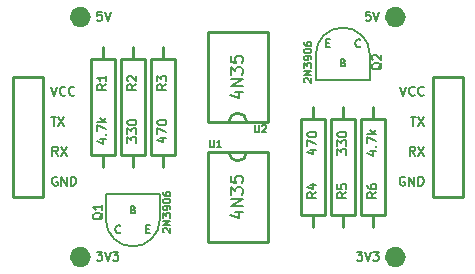
<source format=gto>
G04 (created by PCBNEW (2013-07-07 BZR 4022)-stable) date 5/4/2015 11:43:21 PM*
%MOIN*%
G04 Gerber Fmt 3.4, Leading zero omitted, Abs format*
%FSLAX34Y34*%
G01*
G70*
G90*
G04 APERTURE LIST*
%ADD10C,0.00590551*%
%ADD11C,0.05*%
%ADD12C,0.006*%
%ADD13C,0.01*%
%ADD14C,0.005*%
%ADD15C,0.008*%
G04 APERTURE END LIST*
G54D10*
G54D11*
X91850Y-29000D02*
G75*
G03X91850Y-29000I-100J0D01*
G74*
G01*
X91850Y-21000D02*
G75*
G03X91850Y-21000I-100J0D01*
G74*
G01*
X81350Y-29000D02*
G75*
G03X81350Y-29000I-100J0D01*
G74*
G01*
X81350Y-21000D02*
G75*
G03X81350Y-21000I-100J0D01*
G74*
G01*
G54D12*
X90464Y-28821D02*
X90650Y-28821D01*
X90550Y-28935D01*
X90592Y-28935D01*
X90621Y-28950D01*
X90635Y-28964D01*
X90650Y-28992D01*
X90650Y-29064D01*
X90635Y-29092D01*
X90621Y-29107D01*
X90592Y-29121D01*
X90507Y-29121D01*
X90478Y-29107D01*
X90464Y-29092D01*
X90735Y-28821D02*
X90835Y-29121D01*
X90935Y-28821D01*
X91007Y-28821D02*
X91192Y-28821D01*
X91092Y-28935D01*
X91135Y-28935D01*
X91164Y-28950D01*
X91178Y-28964D01*
X91192Y-28992D01*
X91192Y-29064D01*
X91178Y-29092D01*
X91164Y-29107D01*
X91135Y-29121D01*
X91050Y-29121D01*
X91021Y-29107D01*
X91007Y-29092D01*
X90921Y-20821D02*
X90778Y-20821D01*
X90764Y-20964D01*
X90778Y-20950D01*
X90807Y-20935D01*
X90878Y-20935D01*
X90907Y-20950D01*
X90921Y-20964D01*
X90935Y-20992D01*
X90935Y-21064D01*
X90921Y-21092D01*
X90907Y-21107D01*
X90878Y-21121D01*
X90807Y-21121D01*
X90778Y-21107D01*
X90764Y-21092D01*
X91021Y-20821D02*
X91121Y-21121D01*
X91221Y-20821D01*
X81792Y-28821D02*
X81978Y-28821D01*
X81878Y-28935D01*
X81921Y-28935D01*
X81950Y-28950D01*
X81964Y-28964D01*
X81978Y-28992D01*
X81978Y-29064D01*
X81964Y-29092D01*
X81950Y-29107D01*
X81921Y-29121D01*
X81835Y-29121D01*
X81807Y-29107D01*
X81792Y-29092D01*
X82064Y-28821D02*
X82164Y-29121D01*
X82264Y-28821D01*
X82335Y-28821D02*
X82521Y-28821D01*
X82421Y-28935D01*
X82464Y-28935D01*
X82492Y-28950D01*
X82507Y-28964D01*
X82521Y-28992D01*
X82521Y-29064D01*
X82507Y-29092D01*
X82492Y-29107D01*
X82464Y-29121D01*
X82378Y-29121D01*
X82350Y-29107D01*
X82335Y-29092D01*
X81964Y-20821D02*
X81821Y-20821D01*
X81807Y-20964D01*
X81821Y-20950D01*
X81850Y-20935D01*
X81921Y-20935D01*
X81950Y-20950D01*
X81964Y-20964D01*
X81978Y-20992D01*
X81978Y-21064D01*
X81964Y-21092D01*
X81950Y-21107D01*
X81921Y-21121D01*
X81850Y-21121D01*
X81821Y-21107D01*
X81807Y-21092D01*
X82064Y-20821D02*
X82164Y-21121D01*
X82264Y-20821D01*
X80478Y-26335D02*
X80450Y-26321D01*
X80407Y-26321D01*
X80364Y-26335D01*
X80335Y-26364D01*
X80321Y-26392D01*
X80307Y-26450D01*
X80307Y-26492D01*
X80321Y-26550D01*
X80335Y-26578D01*
X80364Y-26607D01*
X80407Y-26621D01*
X80435Y-26621D01*
X80478Y-26607D01*
X80492Y-26592D01*
X80492Y-26492D01*
X80435Y-26492D01*
X80621Y-26621D02*
X80621Y-26321D01*
X80792Y-26621D01*
X80792Y-26321D01*
X80935Y-26621D02*
X80935Y-26321D01*
X81007Y-26321D01*
X81050Y-26335D01*
X81078Y-26364D01*
X81092Y-26392D01*
X81107Y-26450D01*
X81107Y-26492D01*
X81092Y-26550D01*
X81078Y-26578D01*
X81050Y-26607D01*
X81007Y-26621D01*
X80935Y-26621D01*
X80492Y-25621D02*
X80392Y-25478D01*
X80321Y-25621D02*
X80321Y-25321D01*
X80435Y-25321D01*
X80464Y-25335D01*
X80478Y-25350D01*
X80492Y-25378D01*
X80492Y-25421D01*
X80478Y-25450D01*
X80464Y-25464D01*
X80435Y-25478D01*
X80321Y-25478D01*
X80592Y-25321D02*
X80792Y-25621D01*
X80792Y-25321D02*
X80592Y-25621D01*
X80278Y-24321D02*
X80450Y-24321D01*
X80364Y-24621D02*
X80364Y-24321D01*
X80521Y-24321D02*
X80721Y-24621D01*
X80721Y-24321D02*
X80521Y-24621D01*
X80278Y-23321D02*
X80378Y-23621D01*
X80478Y-23321D01*
X80750Y-23592D02*
X80735Y-23607D01*
X80692Y-23621D01*
X80664Y-23621D01*
X80621Y-23607D01*
X80592Y-23578D01*
X80578Y-23550D01*
X80564Y-23492D01*
X80564Y-23450D01*
X80578Y-23392D01*
X80592Y-23364D01*
X80621Y-23335D01*
X80664Y-23321D01*
X80692Y-23321D01*
X80735Y-23335D01*
X80750Y-23350D01*
X81050Y-23592D02*
X81035Y-23607D01*
X80992Y-23621D01*
X80964Y-23621D01*
X80921Y-23607D01*
X80892Y-23578D01*
X80878Y-23550D01*
X80864Y-23492D01*
X80864Y-23450D01*
X80878Y-23392D01*
X80892Y-23364D01*
X80921Y-23335D01*
X80964Y-23321D01*
X80992Y-23321D01*
X81035Y-23335D01*
X81050Y-23350D01*
X92064Y-26335D02*
X92035Y-26321D01*
X91992Y-26321D01*
X91950Y-26335D01*
X91921Y-26364D01*
X91907Y-26392D01*
X91892Y-26450D01*
X91892Y-26492D01*
X91907Y-26550D01*
X91921Y-26578D01*
X91950Y-26607D01*
X91992Y-26621D01*
X92021Y-26621D01*
X92064Y-26607D01*
X92078Y-26592D01*
X92078Y-26492D01*
X92021Y-26492D01*
X92207Y-26621D02*
X92207Y-26321D01*
X92378Y-26621D01*
X92378Y-26321D01*
X92521Y-26621D02*
X92521Y-26321D01*
X92592Y-26321D01*
X92635Y-26335D01*
X92664Y-26364D01*
X92678Y-26392D01*
X92692Y-26450D01*
X92692Y-26492D01*
X92678Y-26550D01*
X92664Y-26578D01*
X92635Y-26607D01*
X92592Y-26621D01*
X92521Y-26621D01*
X92407Y-25621D02*
X92307Y-25478D01*
X92235Y-25621D02*
X92235Y-25321D01*
X92350Y-25321D01*
X92378Y-25335D01*
X92392Y-25350D01*
X92407Y-25378D01*
X92407Y-25421D01*
X92392Y-25450D01*
X92378Y-25464D01*
X92350Y-25478D01*
X92235Y-25478D01*
X92507Y-25321D02*
X92707Y-25621D01*
X92707Y-25321D02*
X92507Y-25621D01*
X92264Y-24321D02*
X92435Y-24321D01*
X92350Y-24621D02*
X92350Y-24321D01*
X92507Y-24321D02*
X92707Y-24621D01*
X92707Y-24321D02*
X92507Y-24621D01*
X91921Y-23321D02*
X92021Y-23621D01*
X92121Y-23321D01*
X92392Y-23592D02*
X92378Y-23607D01*
X92335Y-23621D01*
X92307Y-23621D01*
X92264Y-23607D01*
X92235Y-23578D01*
X92221Y-23550D01*
X92207Y-23492D01*
X92207Y-23450D01*
X92221Y-23392D01*
X92235Y-23364D01*
X92264Y-23335D01*
X92307Y-23321D01*
X92335Y-23321D01*
X92378Y-23335D01*
X92392Y-23350D01*
X92692Y-23592D02*
X92678Y-23607D01*
X92635Y-23621D01*
X92607Y-23621D01*
X92564Y-23607D01*
X92535Y-23578D01*
X92521Y-23550D01*
X92507Y-23492D01*
X92507Y-23450D01*
X92521Y-23392D01*
X92535Y-23364D01*
X92564Y-23335D01*
X92607Y-23321D01*
X92635Y-23321D01*
X92678Y-23335D01*
X92692Y-23350D01*
G54D10*
X83900Y-27750D02*
X83900Y-26900D01*
X83900Y-26900D02*
X82100Y-26900D01*
X82100Y-26900D02*
X82100Y-27750D01*
X82100Y-27750D02*
G75*
G03X83000Y-28650I900J0D01*
G74*
G01*
X83000Y-28650D02*
G75*
G03X83900Y-27750I0J900D01*
G74*
G01*
X89100Y-22250D02*
X89100Y-23100D01*
X89100Y-23100D02*
X90900Y-23100D01*
X90900Y-23100D02*
X90900Y-22250D01*
X90900Y-22250D02*
G75*
G03X90000Y-21350I-900J0D01*
G74*
G01*
X90000Y-21350D02*
G75*
G03X89100Y-22250I0J-900D01*
G74*
G01*
G54D13*
X82000Y-22000D02*
X82000Y-22400D01*
X82000Y-22400D02*
X82400Y-22400D01*
X82400Y-22400D02*
X82400Y-25600D01*
X82400Y-25600D02*
X81600Y-25600D01*
X81600Y-25600D02*
X81600Y-22400D01*
X81600Y-22400D02*
X82000Y-22400D01*
X82000Y-26000D02*
X82000Y-25600D01*
X89000Y-28000D02*
X89000Y-27600D01*
X89000Y-27600D02*
X88600Y-27600D01*
X88600Y-27600D02*
X88600Y-24400D01*
X88600Y-24400D02*
X89400Y-24400D01*
X89400Y-24400D02*
X89400Y-27600D01*
X89400Y-27600D02*
X89000Y-27600D01*
X89000Y-24000D02*
X89000Y-24400D01*
X83000Y-22000D02*
X83000Y-22400D01*
X83000Y-22400D02*
X83400Y-22400D01*
X83400Y-22400D02*
X83400Y-25600D01*
X83400Y-25600D02*
X82600Y-25600D01*
X82600Y-25600D02*
X82600Y-22400D01*
X82600Y-22400D02*
X83000Y-22400D01*
X83000Y-26000D02*
X83000Y-25600D01*
X91000Y-28000D02*
X91000Y-27600D01*
X91000Y-27600D02*
X90600Y-27600D01*
X90600Y-27600D02*
X90600Y-24400D01*
X90600Y-24400D02*
X91400Y-24400D01*
X91400Y-24400D02*
X91400Y-27600D01*
X91400Y-27600D02*
X91000Y-27600D01*
X91000Y-24000D02*
X91000Y-24400D01*
X84000Y-22000D02*
X84000Y-22400D01*
X84000Y-22400D02*
X84400Y-22400D01*
X84400Y-22400D02*
X84400Y-25600D01*
X84400Y-25600D02*
X83600Y-25600D01*
X83600Y-25600D02*
X83600Y-22400D01*
X83600Y-22400D02*
X84000Y-22400D01*
X84000Y-26000D02*
X84000Y-25600D01*
X90000Y-28000D02*
X90000Y-27600D01*
X90000Y-27600D02*
X89600Y-27600D01*
X89600Y-27600D02*
X89600Y-24400D01*
X89600Y-24400D02*
X90400Y-24400D01*
X90400Y-24400D02*
X90400Y-27600D01*
X90400Y-27600D02*
X90000Y-27600D01*
X90000Y-24000D02*
X90000Y-24400D01*
X79000Y-27000D02*
X79000Y-23000D01*
X80000Y-27000D02*
X80000Y-23000D01*
X80000Y-23000D02*
X79000Y-23000D01*
X79000Y-27000D02*
X80000Y-27000D01*
X93000Y-27000D02*
X93000Y-23000D01*
X94000Y-27000D02*
X94000Y-23000D01*
X94000Y-23000D02*
X93000Y-23000D01*
X93000Y-27000D02*
X94000Y-27000D01*
X86500Y-25800D02*
G75*
G03X86800Y-25500I0J300D01*
G74*
G01*
X86200Y-25500D02*
G75*
G03X86500Y-25800I300J0D01*
G74*
G01*
X87500Y-25500D02*
X87500Y-28500D01*
X87500Y-28500D02*
X85500Y-28500D01*
X85500Y-28500D02*
X85500Y-25500D01*
X85500Y-25500D02*
X87500Y-25500D01*
X86500Y-24200D02*
G75*
G03X86200Y-24500I0J-300D01*
G74*
G01*
X86800Y-24500D02*
G75*
G03X86500Y-24200I-300J0D01*
G74*
G01*
X85500Y-24500D02*
X85500Y-21500D01*
X85500Y-21500D02*
X87500Y-21500D01*
X87500Y-21500D02*
X87500Y-24500D01*
X87500Y-24500D02*
X85500Y-24500D01*
G54D12*
X82000Y-27528D02*
X81985Y-27557D01*
X81957Y-27585D01*
X81914Y-27628D01*
X81900Y-27657D01*
X81900Y-27685D01*
X81971Y-27671D02*
X81957Y-27700D01*
X81928Y-27728D01*
X81871Y-27742D01*
X81771Y-27742D01*
X81714Y-27728D01*
X81685Y-27700D01*
X81671Y-27671D01*
X81671Y-27614D01*
X81685Y-27585D01*
X81714Y-27557D01*
X81771Y-27542D01*
X81871Y-27542D01*
X81928Y-27557D01*
X81957Y-27585D01*
X81971Y-27614D01*
X81971Y-27671D01*
X81971Y-27257D02*
X81971Y-27428D01*
X81971Y-27342D02*
X81671Y-27342D01*
X81714Y-27371D01*
X81742Y-27400D01*
X81757Y-27428D01*
G54D14*
X84025Y-28178D02*
X84013Y-28166D01*
X84001Y-28142D01*
X84001Y-28083D01*
X84013Y-28059D01*
X84025Y-28047D01*
X84048Y-28035D01*
X84072Y-28035D01*
X84108Y-28047D01*
X84251Y-28190D01*
X84251Y-28035D01*
X84251Y-27928D02*
X84001Y-27928D01*
X84251Y-27785D01*
X84001Y-27785D01*
X84001Y-27690D02*
X84001Y-27535D01*
X84096Y-27619D01*
X84096Y-27583D01*
X84108Y-27559D01*
X84120Y-27547D01*
X84144Y-27535D01*
X84203Y-27535D01*
X84227Y-27547D01*
X84239Y-27559D01*
X84251Y-27583D01*
X84251Y-27654D01*
X84239Y-27678D01*
X84227Y-27690D01*
X84251Y-27416D02*
X84251Y-27369D01*
X84239Y-27345D01*
X84227Y-27333D01*
X84191Y-27309D01*
X84144Y-27297D01*
X84048Y-27297D01*
X84025Y-27309D01*
X84013Y-27321D01*
X84001Y-27345D01*
X84001Y-27392D01*
X84013Y-27416D01*
X84025Y-27428D01*
X84048Y-27440D01*
X84108Y-27440D01*
X84132Y-27428D01*
X84144Y-27416D01*
X84155Y-27392D01*
X84155Y-27345D01*
X84144Y-27321D01*
X84132Y-27309D01*
X84108Y-27297D01*
X84001Y-27142D02*
X84001Y-27119D01*
X84013Y-27095D01*
X84025Y-27083D01*
X84048Y-27071D01*
X84096Y-27059D01*
X84155Y-27059D01*
X84203Y-27071D01*
X84227Y-27083D01*
X84239Y-27095D01*
X84251Y-27119D01*
X84251Y-27142D01*
X84239Y-27166D01*
X84227Y-27178D01*
X84203Y-27190D01*
X84155Y-27202D01*
X84096Y-27202D01*
X84048Y-27190D01*
X84025Y-27178D01*
X84013Y-27166D01*
X84001Y-27142D01*
X84001Y-26845D02*
X84001Y-26892D01*
X84013Y-26916D01*
X84025Y-26928D01*
X84060Y-26952D01*
X84108Y-26964D01*
X84203Y-26964D01*
X84227Y-26952D01*
X84239Y-26940D01*
X84251Y-26916D01*
X84251Y-26869D01*
X84239Y-26845D01*
X84227Y-26833D01*
X84203Y-26821D01*
X84144Y-26821D01*
X84120Y-26833D01*
X84108Y-26845D01*
X84096Y-26869D01*
X84096Y-26916D01*
X84108Y-26940D01*
X84120Y-26952D01*
X84144Y-26964D01*
X83446Y-28070D02*
X83529Y-28070D01*
X83565Y-28201D02*
X83446Y-28201D01*
X83446Y-27951D01*
X83565Y-27951D01*
X83017Y-27420D02*
X83053Y-27432D01*
X83065Y-27444D01*
X83077Y-27467D01*
X83077Y-27503D01*
X83065Y-27527D01*
X83053Y-27539D01*
X83029Y-27551D01*
X82934Y-27551D01*
X82934Y-27301D01*
X83017Y-27301D01*
X83041Y-27313D01*
X83053Y-27325D01*
X83065Y-27348D01*
X83065Y-27372D01*
X83053Y-27396D01*
X83041Y-27408D01*
X83017Y-27420D01*
X82934Y-27420D01*
X82577Y-28177D02*
X82565Y-28189D01*
X82529Y-28201D01*
X82505Y-28201D01*
X82470Y-28189D01*
X82446Y-28165D01*
X82434Y-28141D01*
X82422Y-28094D01*
X82422Y-28058D01*
X82434Y-28010D01*
X82446Y-27986D01*
X82470Y-27963D01*
X82505Y-27951D01*
X82529Y-27951D01*
X82565Y-27963D01*
X82577Y-27975D01*
G54D12*
X91300Y-22528D02*
X91285Y-22557D01*
X91257Y-22585D01*
X91214Y-22628D01*
X91200Y-22657D01*
X91200Y-22685D01*
X91271Y-22671D02*
X91257Y-22700D01*
X91228Y-22728D01*
X91171Y-22742D01*
X91071Y-22742D01*
X91014Y-22728D01*
X90985Y-22700D01*
X90971Y-22671D01*
X90971Y-22614D01*
X90985Y-22585D01*
X91014Y-22557D01*
X91071Y-22542D01*
X91171Y-22542D01*
X91228Y-22557D01*
X91257Y-22585D01*
X91271Y-22614D01*
X91271Y-22671D01*
X91000Y-22428D02*
X90985Y-22414D01*
X90971Y-22385D01*
X90971Y-22314D01*
X90985Y-22285D01*
X91000Y-22271D01*
X91028Y-22257D01*
X91057Y-22257D01*
X91100Y-22271D01*
X91271Y-22442D01*
X91271Y-22257D01*
G54D14*
X88725Y-23178D02*
X88713Y-23166D01*
X88701Y-23142D01*
X88701Y-23083D01*
X88713Y-23059D01*
X88725Y-23047D01*
X88748Y-23035D01*
X88772Y-23035D01*
X88808Y-23047D01*
X88951Y-23190D01*
X88951Y-23035D01*
X88951Y-22928D02*
X88701Y-22928D01*
X88951Y-22785D01*
X88701Y-22785D01*
X88701Y-22690D02*
X88701Y-22535D01*
X88796Y-22619D01*
X88796Y-22583D01*
X88808Y-22559D01*
X88820Y-22547D01*
X88844Y-22535D01*
X88903Y-22535D01*
X88927Y-22547D01*
X88939Y-22559D01*
X88951Y-22583D01*
X88951Y-22654D01*
X88939Y-22678D01*
X88927Y-22690D01*
X88951Y-22416D02*
X88951Y-22369D01*
X88939Y-22345D01*
X88927Y-22333D01*
X88891Y-22309D01*
X88844Y-22297D01*
X88748Y-22297D01*
X88725Y-22309D01*
X88713Y-22321D01*
X88701Y-22345D01*
X88701Y-22392D01*
X88713Y-22416D01*
X88725Y-22428D01*
X88748Y-22440D01*
X88808Y-22440D01*
X88832Y-22428D01*
X88844Y-22416D01*
X88855Y-22392D01*
X88855Y-22345D01*
X88844Y-22321D01*
X88832Y-22309D01*
X88808Y-22297D01*
X88701Y-22142D02*
X88701Y-22119D01*
X88713Y-22095D01*
X88725Y-22083D01*
X88748Y-22071D01*
X88796Y-22059D01*
X88855Y-22059D01*
X88903Y-22071D01*
X88927Y-22083D01*
X88939Y-22095D01*
X88951Y-22119D01*
X88951Y-22142D01*
X88939Y-22166D01*
X88927Y-22178D01*
X88903Y-22190D01*
X88855Y-22202D01*
X88796Y-22202D01*
X88748Y-22190D01*
X88725Y-22178D01*
X88713Y-22166D01*
X88701Y-22142D01*
X88701Y-21845D02*
X88701Y-21892D01*
X88713Y-21916D01*
X88725Y-21928D01*
X88760Y-21952D01*
X88808Y-21964D01*
X88903Y-21964D01*
X88927Y-21952D01*
X88939Y-21940D01*
X88951Y-21916D01*
X88951Y-21869D01*
X88939Y-21845D01*
X88927Y-21833D01*
X88903Y-21821D01*
X88844Y-21821D01*
X88820Y-21833D01*
X88808Y-21845D01*
X88796Y-21869D01*
X88796Y-21916D01*
X88808Y-21940D01*
X88820Y-21952D01*
X88844Y-21964D01*
X89446Y-21870D02*
X89529Y-21870D01*
X89565Y-22001D02*
X89446Y-22001D01*
X89446Y-21751D01*
X89565Y-21751D01*
X90017Y-22520D02*
X90053Y-22532D01*
X90065Y-22544D01*
X90077Y-22567D01*
X90077Y-22603D01*
X90065Y-22627D01*
X90053Y-22639D01*
X90029Y-22651D01*
X89934Y-22651D01*
X89934Y-22401D01*
X90017Y-22401D01*
X90041Y-22413D01*
X90053Y-22425D01*
X90065Y-22448D01*
X90065Y-22472D01*
X90053Y-22496D01*
X90041Y-22508D01*
X90017Y-22520D01*
X89934Y-22520D01*
X90577Y-21977D02*
X90565Y-21989D01*
X90529Y-22001D01*
X90505Y-22001D01*
X90470Y-21989D01*
X90446Y-21965D01*
X90434Y-21941D01*
X90422Y-21894D01*
X90422Y-21858D01*
X90434Y-21810D01*
X90446Y-21786D01*
X90470Y-21763D01*
X90505Y-21751D01*
X90529Y-21751D01*
X90565Y-21763D01*
X90577Y-21775D01*
G54D12*
X82121Y-23250D02*
X81978Y-23350D01*
X82121Y-23421D02*
X81821Y-23421D01*
X81821Y-23307D01*
X81835Y-23278D01*
X81850Y-23264D01*
X81878Y-23250D01*
X81921Y-23250D01*
X81950Y-23264D01*
X81964Y-23278D01*
X81978Y-23307D01*
X81978Y-23421D01*
X82121Y-22964D02*
X82121Y-23135D01*
X82121Y-23050D02*
X81821Y-23050D01*
X81864Y-23078D01*
X81892Y-23107D01*
X81907Y-23135D01*
X81921Y-25078D02*
X82121Y-25078D01*
X81807Y-25150D02*
X82021Y-25221D01*
X82021Y-25035D01*
X82092Y-24921D02*
X82107Y-24907D01*
X82121Y-24921D01*
X82107Y-24935D01*
X82092Y-24921D01*
X82121Y-24921D01*
X81821Y-24807D02*
X81821Y-24607D01*
X82121Y-24735D01*
X82121Y-24492D02*
X81821Y-24492D01*
X82007Y-24464D02*
X82121Y-24378D01*
X81921Y-24378D02*
X82035Y-24492D01*
X89121Y-26850D02*
X88978Y-26950D01*
X89121Y-27021D02*
X88821Y-27021D01*
X88821Y-26907D01*
X88835Y-26878D01*
X88850Y-26864D01*
X88878Y-26850D01*
X88921Y-26850D01*
X88950Y-26864D01*
X88964Y-26878D01*
X88978Y-26907D01*
X88978Y-27021D01*
X88921Y-26592D02*
X89121Y-26592D01*
X88807Y-26664D02*
X89021Y-26735D01*
X89021Y-26550D01*
X88921Y-25428D02*
X89121Y-25428D01*
X88807Y-25500D02*
X89021Y-25571D01*
X89021Y-25385D01*
X88821Y-25300D02*
X88821Y-25100D01*
X89121Y-25228D01*
X88821Y-24928D02*
X88821Y-24900D01*
X88835Y-24871D01*
X88850Y-24857D01*
X88878Y-24842D01*
X88935Y-24828D01*
X89007Y-24828D01*
X89064Y-24842D01*
X89092Y-24857D01*
X89107Y-24871D01*
X89121Y-24900D01*
X89121Y-24928D01*
X89107Y-24957D01*
X89092Y-24971D01*
X89064Y-24985D01*
X89007Y-25000D01*
X88935Y-25000D01*
X88878Y-24985D01*
X88850Y-24971D01*
X88835Y-24957D01*
X88821Y-24928D01*
X83121Y-23250D02*
X82978Y-23350D01*
X83121Y-23421D02*
X82821Y-23421D01*
X82821Y-23307D01*
X82835Y-23278D01*
X82850Y-23264D01*
X82878Y-23250D01*
X82921Y-23250D01*
X82950Y-23264D01*
X82964Y-23278D01*
X82978Y-23307D01*
X82978Y-23421D01*
X82850Y-23135D02*
X82835Y-23121D01*
X82821Y-23092D01*
X82821Y-23021D01*
X82835Y-22992D01*
X82850Y-22978D01*
X82878Y-22964D01*
X82907Y-22964D01*
X82950Y-22978D01*
X83121Y-23150D01*
X83121Y-22964D01*
X82821Y-25185D02*
X82821Y-25000D01*
X82935Y-25100D01*
X82935Y-25057D01*
X82950Y-25028D01*
X82964Y-25014D01*
X82992Y-25000D01*
X83064Y-25000D01*
X83092Y-25014D01*
X83107Y-25028D01*
X83121Y-25057D01*
X83121Y-25142D01*
X83107Y-25171D01*
X83092Y-25185D01*
X82821Y-24900D02*
X82821Y-24714D01*
X82935Y-24814D01*
X82935Y-24771D01*
X82950Y-24742D01*
X82964Y-24728D01*
X82992Y-24714D01*
X83064Y-24714D01*
X83092Y-24728D01*
X83107Y-24742D01*
X83121Y-24771D01*
X83121Y-24857D01*
X83107Y-24885D01*
X83092Y-24900D01*
X82821Y-24528D02*
X82821Y-24500D01*
X82835Y-24471D01*
X82850Y-24457D01*
X82878Y-24442D01*
X82935Y-24428D01*
X83007Y-24428D01*
X83064Y-24442D01*
X83092Y-24457D01*
X83107Y-24471D01*
X83121Y-24500D01*
X83121Y-24528D01*
X83107Y-24557D01*
X83092Y-24571D01*
X83064Y-24585D01*
X83007Y-24600D01*
X82935Y-24600D01*
X82878Y-24585D01*
X82850Y-24571D01*
X82835Y-24557D01*
X82821Y-24528D01*
X91121Y-26850D02*
X90978Y-26950D01*
X91121Y-27021D02*
X90821Y-27021D01*
X90821Y-26907D01*
X90835Y-26878D01*
X90850Y-26864D01*
X90878Y-26850D01*
X90921Y-26850D01*
X90950Y-26864D01*
X90964Y-26878D01*
X90978Y-26907D01*
X90978Y-27021D01*
X90821Y-26592D02*
X90821Y-26650D01*
X90835Y-26678D01*
X90850Y-26692D01*
X90892Y-26721D01*
X90950Y-26735D01*
X91064Y-26735D01*
X91092Y-26721D01*
X91107Y-26707D01*
X91121Y-26678D01*
X91121Y-26621D01*
X91107Y-26592D01*
X91092Y-26578D01*
X91064Y-26564D01*
X90992Y-26564D01*
X90964Y-26578D01*
X90950Y-26592D01*
X90935Y-26621D01*
X90935Y-26678D01*
X90950Y-26707D01*
X90964Y-26721D01*
X90992Y-26735D01*
X90921Y-25478D02*
X91121Y-25478D01*
X90807Y-25550D02*
X91021Y-25621D01*
X91021Y-25435D01*
X91092Y-25321D02*
X91107Y-25307D01*
X91121Y-25321D01*
X91107Y-25335D01*
X91092Y-25321D01*
X91121Y-25321D01*
X90821Y-25207D02*
X90821Y-25007D01*
X91121Y-25135D01*
X91121Y-24892D02*
X90821Y-24892D01*
X91007Y-24864D02*
X91121Y-24778D01*
X90921Y-24778D02*
X91035Y-24892D01*
X84121Y-23250D02*
X83978Y-23350D01*
X84121Y-23421D02*
X83821Y-23421D01*
X83821Y-23307D01*
X83835Y-23278D01*
X83850Y-23264D01*
X83878Y-23250D01*
X83921Y-23250D01*
X83950Y-23264D01*
X83964Y-23278D01*
X83978Y-23307D01*
X83978Y-23421D01*
X83821Y-23150D02*
X83821Y-22964D01*
X83935Y-23064D01*
X83935Y-23021D01*
X83950Y-22992D01*
X83964Y-22978D01*
X83992Y-22964D01*
X84064Y-22964D01*
X84092Y-22978D01*
X84107Y-22992D01*
X84121Y-23021D01*
X84121Y-23107D01*
X84107Y-23135D01*
X84092Y-23150D01*
X83921Y-25028D02*
X84121Y-25028D01*
X83807Y-25100D02*
X84021Y-25171D01*
X84021Y-24985D01*
X83821Y-24900D02*
X83821Y-24700D01*
X84121Y-24828D01*
X83821Y-24528D02*
X83821Y-24500D01*
X83835Y-24471D01*
X83850Y-24457D01*
X83878Y-24442D01*
X83935Y-24428D01*
X84007Y-24428D01*
X84064Y-24442D01*
X84092Y-24457D01*
X84107Y-24471D01*
X84121Y-24500D01*
X84121Y-24528D01*
X84107Y-24557D01*
X84092Y-24571D01*
X84064Y-24585D01*
X84007Y-24600D01*
X83935Y-24600D01*
X83878Y-24585D01*
X83850Y-24571D01*
X83835Y-24557D01*
X83821Y-24528D01*
X90121Y-26850D02*
X89978Y-26950D01*
X90121Y-27021D02*
X89821Y-27021D01*
X89821Y-26907D01*
X89835Y-26878D01*
X89850Y-26864D01*
X89878Y-26850D01*
X89921Y-26850D01*
X89950Y-26864D01*
X89964Y-26878D01*
X89978Y-26907D01*
X89978Y-27021D01*
X89821Y-26578D02*
X89821Y-26721D01*
X89964Y-26735D01*
X89950Y-26721D01*
X89935Y-26692D01*
X89935Y-26621D01*
X89950Y-26592D01*
X89964Y-26578D01*
X89992Y-26564D01*
X90064Y-26564D01*
X90092Y-26578D01*
X90107Y-26592D01*
X90121Y-26621D01*
X90121Y-26692D01*
X90107Y-26721D01*
X90092Y-26735D01*
X89821Y-25585D02*
X89821Y-25400D01*
X89935Y-25500D01*
X89935Y-25457D01*
X89950Y-25428D01*
X89964Y-25414D01*
X89992Y-25400D01*
X90064Y-25400D01*
X90092Y-25414D01*
X90107Y-25428D01*
X90121Y-25457D01*
X90121Y-25542D01*
X90107Y-25571D01*
X90092Y-25585D01*
X89821Y-25300D02*
X89821Y-25114D01*
X89935Y-25214D01*
X89935Y-25171D01*
X89950Y-25142D01*
X89964Y-25128D01*
X89992Y-25114D01*
X90064Y-25114D01*
X90092Y-25128D01*
X90107Y-25142D01*
X90121Y-25171D01*
X90121Y-25257D01*
X90107Y-25285D01*
X90092Y-25300D01*
X89821Y-24928D02*
X89821Y-24900D01*
X89835Y-24871D01*
X89850Y-24857D01*
X89878Y-24842D01*
X89935Y-24828D01*
X90007Y-24828D01*
X90064Y-24842D01*
X90092Y-24857D01*
X90107Y-24871D01*
X90121Y-24900D01*
X90121Y-24928D01*
X90107Y-24957D01*
X90092Y-24971D01*
X90064Y-24985D01*
X90007Y-25000D01*
X89935Y-25000D01*
X89878Y-24985D01*
X89850Y-24971D01*
X89835Y-24957D01*
X89821Y-24928D01*
G54D14*
X85559Y-25101D02*
X85559Y-25303D01*
X85571Y-25327D01*
X85583Y-25339D01*
X85607Y-25351D01*
X85654Y-25351D01*
X85678Y-25339D01*
X85690Y-25327D01*
X85702Y-25303D01*
X85702Y-25101D01*
X85952Y-25351D02*
X85809Y-25351D01*
X85880Y-25351D02*
X85880Y-25101D01*
X85857Y-25136D01*
X85833Y-25160D01*
X85809Y-25172D01*
G54D15*
X86395Y-27514D02*
X86661Y-27514D01*
X86242Y-27609D02*
X86528Y-27704D01*
X86528Y-27457D01*
X86661Y-27304D02*
X86261Y-27304D01*
X86661Y-27076D01*
X86261Y-27076D01*
X86261Y-26923D02*
X86261Y-26676D01*
X86414Y-26809D01*
X86414Y-26752D01*
X86433Y-26714D01*
X86452Y-26695D01*
X86490Y-26676D01*
X86585Y-26676D01*
X86623Y-26695D01*
X86642Y-26714D01*
X86661Y-26752D01*
X86661Y-26866D01*
X86642Y-26904D01*
X86623Y-26923D01*
X86261Y-26314D02*
X86261Y-26504D01*
X86452Y-26523D01*
X86433Y-26504D01*
X86414Y-26466D01*
X86414Y-26371D01*
X86433Y-26333D01*
X86452Y-26314D01*
X86490Y-26295D01*
X86585Y-26295D01*
X86623Y-26314D01*
X86642Y-26333D01*
X86661Y-26371D01*
X86661Y-26466D01*
X86642Y-26504D01*
X86623Y-26523D01*
G54D14*
X87059Y-24601D02*
X87059Y-24803D01*
X87071Y-24827D01*
X87083Y-24839D01*
X87107Y-24851D01*
X87154Y-24851D01*
X87178Y-24839D01*
X87190Y-24827D01*
X87202Y-24803D01*
X87202Y-24601D01*
X87309Y-24625D02*
X87321Y-24613D01*
X87345Y-24601D01*
X87404Y-24601D01*
X87428Y-24613D01*
X87440Y-24625D01*
X87452Y-24648D01*
X87452Y-24672D01*
X87440Y-24708D01*
X87297Y-24851D01*
X87452Y-24851D01*
G54D15*
X86395Y-23514D02*
X86661Y-23514D01*
X86242Y-23609D02*
X86528Y-23704D01*
X86528Y-23457D01*
X86661Y-23304D02*
X86261Y-23304D01*
X86661Y-23076D01*
X86261Y-23076D01*
X86261Y-22923D02*
X86261Y-22676D01*
X86414Y-22809D01*
X86414Y-22752D01*
X86433Y-22714D01*
X86452Y-22695D01*
X86490Y-22676D01*
X86585Y-22676D01*
X86623Y-22695D01*
X86642Y-22714D01*
X86661Y-22752D01*
X86661Y-22866D01*
X86642Y-22904D01*
X86623Y-22923D01*
X86261Y-22314D02*
X86261Y-22504D01*
X86452Y-22523D01*
X86433Y-22504D01*
X86414Y-22466D01*
X86414Y-22371D01*
X86433Y-22333D01*
X86452Y-22314D01*
X86490Y-22295D01*
X86585Y-22295D01*
X86623Y-22314D01*
X86642Y-22333D01*
X86661Y-22371D01*
X86661Y-22466D01*
X86642Y-22504D01*
X86623Y-22523D01*
M02*

</source>
